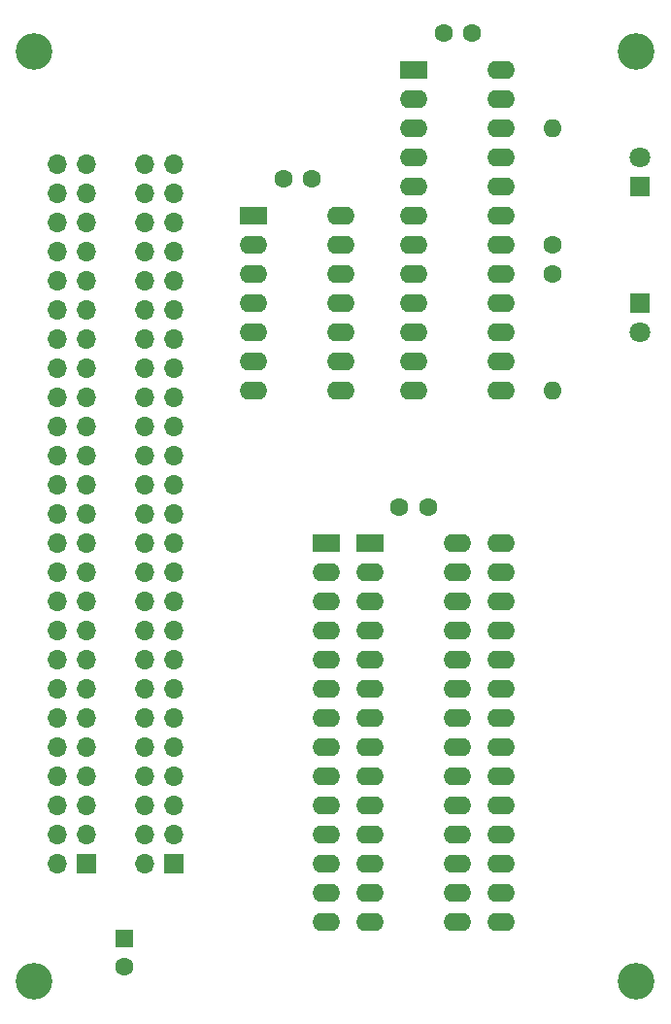
<source format=gts>
G04 #@! TF.GenerationSoftware,KiCad,Pcbnew,(5.1.9)-1*
G04 #@! TF.CreationDate,2025-10-31T21:16:21+09:00*
G04 #@! TF.ProjectId,PC-8001_RAM,50432d38-3030-4315-9f52-414d2e6b6963,rev?*
G04 #@! TF.SameCoordinates,PX53920b0PY93c3260*
G04 #@! TF.FileFunction,Soldermask,Top*
G04 #@! TF.FilePolarity,Negative*
%FSLAX46Y46*%
G04 Gerber Fmt 4.6, Leading zero omitted, Abs format (unit mm)*
G04 Created by KiCad (PCBNEW (5.1.9)-1) date 2025-10-31 21:16:21*
%MOMM*%
%LPD*%
G01*
G04 APERTURE LIST*
%ADD10C,3.200000*%
%ADD11R,1.600000X1.600000*%
%ADD12C,1.600000*%
%ADD13R,1.700000X1.700000*%
%ADD14O,1.700000X1.700000*%
%ADD15R,2.400000X1.600000*%
%ADD16O,2.400000X1.600000*%
%ADD17R,1.800000X1.800000*%
%ADD18C,1.800000*%
%ADD19O,1.600000X1.600000*%
G04 APERTURE END LIST*
D10*
X5000000Y86000000D03*
X57500000Y86000000D03*
X57500000Y5000000D03*
X5000000Y5000000D03*
D11*
X12860000Y8730000D03*
D12*
X12860000Y6230000D03*
D13*
X9525000Y15240000D03*
D14*
X6985000Y15240000D03*
X9525000Y17780000D03*
X6985000Y17780000D03*
X9525000Y20320000D03*
X6985000Y20320000D03*
X9525000Y22860000D03*
X6985000Y22860000D03*
X9525000Y25400000D03*
X6985000Y25400000D03*
X9525000Y27940000D03*
X6985000Y27940000D03*
X9525000Y30480000D03*
X6985000Y30480000D03*
X9525000Y33020000D03*
X6985000Y33020000D03*
X9525000Y35560000D03*
X6985000Y35560000D03*
X9525000Y38100000D03*
X6985000Y38100000D03*
X9525000Y40640000D03*
X6985000Y40640000D03*
X9525000Y43180000D03*
X6985000Y43180000D03*
X9525000Y45720000D03*
X6985000Y45720000D03*
X9525000Y48260000D03*
X6985000Y48260000D03*
X9525000Y50800000D03*
X6985000Y50800000D03*
X9525000Y53340000D03*
X6985000Y53340000D03*
X9525000Y55880000D03*
X6985000Y55880000D03*
X9525000Y58420000D03*
X6985000Y58420000D03*
X9525000Y60960000D03*
X6985000Y60960000D03*
X9525000Y63500000D03*
X6985000Y63500000D03*
X9525000Y66040000D03*
X6985000Y66040000D03*
X9525000Y68580000D03*
X6985000Y68580000D03*
X9525000Y71120000D03*
X6985000Y71120000D03*
X9525000Y73660000D03*
X6985000Y73660000D03*
X9525000Y76200000D03*
X6985000Y76200000D03*
D12*
X43180000Y87630000D03*
X40680000Y87630000D03*
X36830000Y46355000D03*
X39330000Y46355000D03*
D15*
X38100000Y84455000D03*
D16*
X45720000Y56515000D03*
X38100000Y81915000D03*
X45720000Y59055000D03*
X38100000Y79375000D03*
X45720000Y61595000D03*
X38100000Y76835000D03*
X45720000Y64135000D03*
X38100000Y74295000D03*
X45720000Y66675000D03*
X38100000Y71755000D03*
X45720000Y69215000D03*
X38100000Y69215000D03*
X45720000Y71755000D03*
X38100000Y66675000D03*
X45720000Y74295000D03*
X38100000Y64135000D03*
X45720000Y76835000D03*
X38100000Y61595000D03*
X45720000Y79375000D03*
X38100000Y59055000D03*
X45720000Y81915000D03*
X38100000Y56515000D03*
X45720000Y84455000D03*
D15*
X30440000Y43180000D03*
D16*
X45680000Y10160000D03*
X30440000Y40640000D03*
X45680000Y12700000D03*
X30440000Y38100000D03*
X45680000Y15240000D03*
X30440000Y35560000D03*
X45680000Y17780000D03*
X30440000Y33020000D03*
X45680000Y20320000D03*
X30440000Y30480000D03*
X45680000Y22860000D03*
X30440000Y27940000D03*
X45680000Y25400000D03*
X30440000Y25400000D03*
X45680000Y27940000D03*
X30440000Y22860000D03*
X45680000Y30480000D03*
X30440000Y20320000D03*
X45680000Y33020000D03*
X30440000Y17780000D03*
X45680000Y35560000D03*
X30440000Y15240000D03*
X45680000Y38100000D03*
X30440000Y12700000D03*
X45680000Y40640000D03*
X30440000Y10160000D03*
X45680000Y43180000D03*
D17*
X57785000Y74295000D03*
D18*
X57785000Y76835000D03*
X57785000Y61595000D03*
D17*
X57785000Y64135000D03*
D19*
X50165000Y56515000D03*
D12*
X50165000Y66675000D03*
X50165000Y69215000D03*
D19*
X50165000Y79375000D03*
D13*
X17145000Y15240000D03*
D14*
X14605000Y15240000D03*
X17145000Y17780000D03*
X14605000Y17780000D03*
X17145000Y20320000D03*
X14605000Y20320000D03*
X17145000Y22860000D03*
X14605000Y22860000D03*
X17145000Y25400000D03*
X14605000Y25400000D03*
X17145000Y27940000D03*
X14605000Y27940000D03*
X17145000Y30480000D03*
X14605000Y30480000D03*
X17145000Y33020000D03*
X14605000Y33020000D03*
X17145000Y35560000D03*
X14605000Y35560000D03*
X17145000Y38100000D03*
X14605000Y38100000D03*
X17145000Y40640000D03*
X14605000Y40640000D03*
X17145000Y43180000D03*
X14605000Y43180000D03*
X17145000Y45720000D03*
X14605000Y45720000D03*
X17145000Y48260000D03*
X14605000Y48260000D03*
X17145000Y50800000D03*
X14605000Y50800000D03*
X17145000Y53340000D03*
X14605000Y53340000D03*
X17145000Y55880000D03*
X14605000Y55880000D03*
X17145000Y58420000D03*
X14605000Y58420000D03*
X17145000Y60960000D03*
X14605000Y60960000D03*
X17145000Y63500000D03*
X14605000Y63500000D03*
X17145000Y66040000D03*
X14605000Y66040000D03*
X17145000Y68580000D03*
X14605000Y68580000D03*
X17145000Y71120000D03*
X14605000Y71120000D03*
X17145000Y73660000D03*
X14605000Y73660000D03*
X17145000Y76200000D03*
X14605000Y76200000D03*
D15*
X34250000Y43180000D03*
D16*
X41870000Y10160000D03*
X34250000Y40640000D03*
X41870000Y12700000D03*
X34250000Y38100000D03*
X41870000Y15240000D03*
X34250000Y35560000D03*
X41870000Y17780000D03*
X34250000Y33020000D03*
X41870000Y20320000D03*
X34250000Y30480000D03*
X41870000Y22860000D03*
X34250000Y27940000D03*
X41870000Y25400000D03*
X34250000Y25400000D03*
X41870000Y27940000D03*
X34250000Y22860000D03*
X41870000Y30480000D03*
X34250000Y20320000D03*
X41870000Y33020000D03*
X34250000Y17780000D03*
X41870000Y35560000D03*
X34250000Y15240000D03*
X41870000Y38100000D03*
X34250000Y12700000D03*
X41870000Y40640000D03*
X34250000Y10160000D03*
X41870000Y43180000D03*
D12*
X29210000Y74930000D03*
X26710000Y74930000D03*
D15*
X24130000Y71755000D03*
D16*
X31750000Y56515000D03*
X24130000Y69215000D03*
X31750000Y59055000D03*
X24130000Y66675000D03*
X31750000Y61595000D03*
X24130000Y64135000D03*
X31750000Y64135000D03*
X24130000Y61595000D03*
X31750000Y66675000D03*
X24130000Y59055000D03*
X31750000Y69215000D03*
X24130000Y56515000D03*
X31750000Y71755000D03*
M02*

</source>
